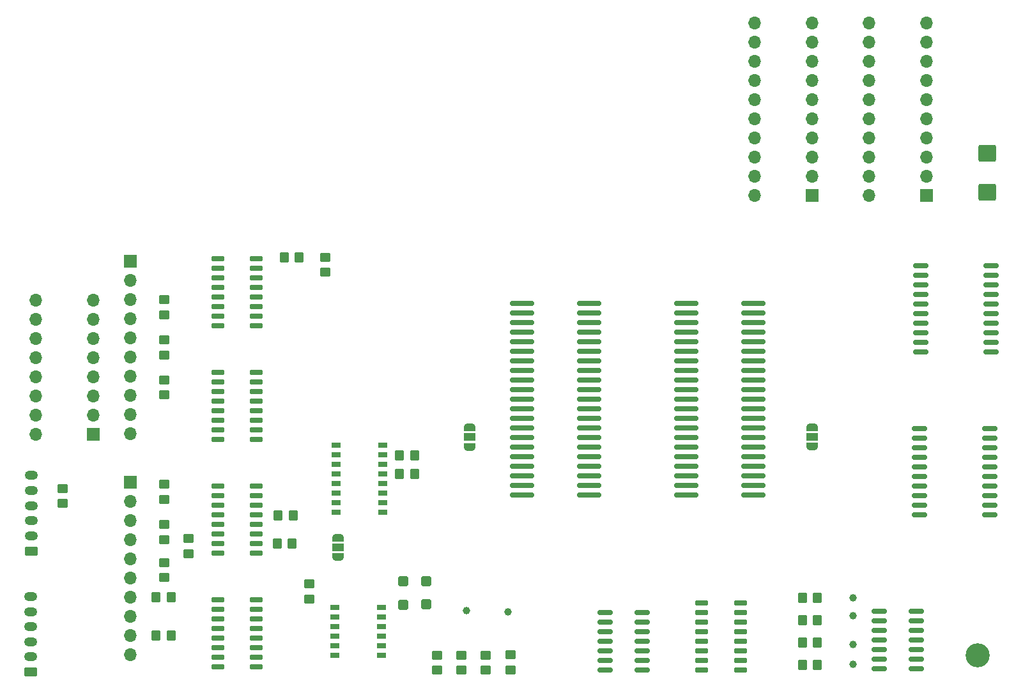
<source format=gts>
G04 #@! TF.GenerationSoftware,KiCad,Pcbnew,8.0.9*
G04 #@! TF.CreationDate,2025-04-09T11:12:09-04:00*
G04 #@! TF.ProjectId,RAMEXPB_V3,52414d45-5850-4425-9f56-332e6b696361,rev?*
G04 #@! TF.SameCoordinates,Original*
G04 #@! TF.FileFunction,Soldermask,Top*
G04 #@! TF.FilePolarity,Negative*
%FSLAX46Y46*%
G04 Gerber Fmt 4.6, Leading zero omitted, Abs format (unit mm)*
G04 Created by KiCad (PCBNEW 8.0.9) date 2025-04-09 11:12:09*
%MOMM*%
%LPD*%
G01*
G04 APERTURE LIST*
G04 Aperture macros list*
%AMRoundRect*
0 Rectangle with rounded corners*
0 $1 Rounding radius*
0 $2 $3 $4 $5 $6 $7 $8 $9 X,Y pos of 4 corners*
0 Add a 4 corners polygon primitive as box body*
4,1,4,$2,$3,$4,$5,$6,$7,$8,$9,$2,$3,0*
0 Add four circle primitives for the rounded corners*
1,1,$1+$1,$2,$3*
1,1,$1+$1,$4,$5*
1,1,$1+$1,$6,$7*
1,1,$1+$1,$8,$9*
0 Add four rect primitives between the rounded corners*
20,1,$1+$1,$2,$3,$4,$5,0*
20,1,$1+$1,$4,$5,$6,$7,0*
20,1,$1+$1,$6,$7,$8,$9,0*
20,1,$1+$1,$8,$9,$2,$3,0*%
%AMFreePoly0*
4,1,19,0.550000,-0.750000,0.000000,-0.750000,0.000000,-0.744911,-0.071157,-0.744911,-0.207708,-0.704816,-0.327430,-0.627875,-0.420627,-0.520320,-0.479746,-0.390866,-0.500000,-0.250000,-0.500000,0.250000,-0.479746,0.390866,-0.420627,0.520320,-0.327430,0.627875,-0.207708,0.704816,-0.071157,0.744911,0.000000,0.744911,0.000000,0.750000,0.550000,0.750000,0.550000,-0.750000,0.550000,-0.750000,
$1*%
%AMFreePoly1*
4,1,19,0.000000,0.744911,0.071157,0.744911,0.207708,0.704816,0.327430,0.627875,0.420627,0.520320,0.479746,0.390866,0.500000,0.250000,0.500000,-0.250000,0.479746,-0.390866,0.420627,-0.520320,0.327430,-0.627875,0.207708,-0.704816,0.071157,-0.744911,0.000000,-0.744911,0.000000,-0.750000,-0.550000,-0.750000,-0.550000,0.750000,0.000000,0.750000,0.000000,0.744911,0.000000,0.744911,
$1*%
G04 Aperture macros list end*
%ADD10RoundRect,0.250000X-0.450000X0.350000X-0.450000X-0.350000X0.450000X-0.350000X0.450000X0.350000X0*%
%ADD11RoundRect,0.250000X0.450000X-0.350000X0.450000X0.350000X-0.450000X0.350000X-0.450000X-0.350000X0*%
%ADD12RoundRect,0.250000X0.350000X0.450000X-0.350000X0.450000X-0.350000X-0.450000X0.350000X-0.450000X0*%
%ADD13FreePoly0,270.000000*%
%ADD14R,1.500000X1.000000*%
%ADD15FreePoly1,270.000000*%
%ADD16RoundRect,0.150000X0.725000X0.150000X-0.725000X0.150000X-0.725000X-0.150000X0.725000X-0.150000X0*%
%ADD17C,3.200000*%
%ADD18RoundRect,0.350000X0.350000X-0.350000X0.350000X0.350000X-0.350000X0.350000X-0.350000X-0.350000X0*%
%ADD19R,1.250000X0.760000*%
%ADD20RoundRect,0.150000X-0.875000X-0.150000X0.875000X-0.150000X0.875000X0.150000X-0.875000X0.150000X0*%
%ADD21C,1.000000*%
%ADD22RoundRect,0.250000X-0.350000X-0.450000X0.350000X-0.450000X0.350000X0.450000X-0.350000X0.450000X0*%
%ADD23RoundRect,0.175000X-1.399000X-0.175000X1.399000X-0.175000X1.399000X0.175000X-1.399000X0.175000X0*%
%ADD24RoundRect,0.250000X0.925000X-0.875000X0.925000X0.875000X-0.925000X0.875000X-0.925000X-0.875000X0*%
%ADD25RoundRect,0.150000X0.825000X0.150000X-0.825000X0.150000X-0.825000X-0.150000X0.825000X-0.150000X0*%
%ADD26FreePoly0,90.000000*%
%ADD27FreePoly1,90.000000*%
%ADD28R,1.700000X1.700000*%
%ADD29O,1.700000X1.700000*%
%ADD30RoundRect,0.250000X0.625000X-0.350000X0.625000X0.350000X-0.625000X0.350000X-0.625000X-0.350000X0*%
%ADD31O,1.750000X1.200000*%
G04 APERTURE END LIST*
D10*
G04 #@! TO.C,R9*
X99575000Y-137615000D03*
X99575000Y-139615000D03*
G04 #@! TD*
D11*
G04 #@! TO.C,R2*
X102785000Y-146825000D03*
X102785000Y-144825000D03*
G04 #@! TD*
D12*
G04 #@! TO.C,R20*
X132735000Y-136290000D03*
X130735000Y-136290000D03*
G04 #@! TD*
D13*
G04 #@! TO.C,JP2*
X185455000Y-130035000D03*
D14*
X185455000Y-131335000D03*
D15*
X185455000Y-132635000D03*
G04 #@! TD*
D16*
G04 #@! TO.C,U2*
X111800000Y-146723300D03*
X111800000Y-145453300D03*
X111800000Y-144183300D03*
X111800000Y-142913300D03*
X111800000Y-141643300D03*
X111800000Y-140373300D03*
X111800000Y-139103300D03*
X111800000Y-137833300D03*
X106650000Y-137833300D03*
X106650000Y-139103300D03*
X106650000Y-140373300D03*
X106650000Y-141643300D03*
X106650000Y-142913300D03*
X106650000Y-144183300D03*
X106650000Y-145453300D03*
X106650000Y-146723300D03*
G04 #@! TD*
D12*
G04 #@! TO.C,R15*
X132745000Y-133795000D03*
X130745000Y-133795000D03*
G04 #@! TD*
D11*
G04 #@! TO.C,R22*
X135760600Y-162255000D03*
X135760600Y-160255000D03*
G04 #@! TD*
D17*
G04 #@! TO.C,H1*
X207340000Y-160260000D03*
G04 #@! TD*
D18*
G04 #@! TO.C,D2*
X131255000Y-153565000D03*
X131255000Y-150465000D03*
G04 #@! TD*
D10*
G04 #@! TO.C,R13*
X99575000Y-118460000D03*
X99575000Y-120460000D03*
G04 #@! TD*
G04 #@! TO.C,R24*
X120905000Y-107525000D03*
X120905000Y-109525000D03*
G04 #@! TD*
D16*
G04 #@! TO.C,U3*
X175902500Y-162275000D03*
X175902500Y-161005000D03*
X175902500Y-159735000D03*
X175902500Y-158465000D03*
X175902500Y-157195000D03*
X175902500Y-155925000D03*
X175902500Y-154655000D03*
X175902500Y-153385000D03*
X170752500Y-153385000D03*
X170752500Y-154655000D03*
X170752500Y-155925000D03*
X170752500Y-157195000D03*
X170752500Y-158465000D03*
X170752500Y-159735000D03*
X170752500Y-161005000D03*
X170752500Y-162275000D03*
G04 #@! TD*
D13*
G04 #@! TO.C,JP1*
X140075000Y-130055000D03*
D14*
X140075000Y-131355000D03*
D15*
X140075000Y-132655000D03*
G04 #@! TD*
D10*
G04 #@! TO.C,R11*
X99575000Y-147995000D03*
X99575000Y-149995000D03*
G04 #@! TD*
D12*
G04 #@! TO.C,R25*
X117455000Y-107585000D03*
X115455000Y-107585000D03*
G04 #@! TD*
D19*
G04 #@! TO.C,SWB1*
X122170000Y-153960000D03*
X122170000Y-155230000D03*
X122170000Y-156500000D03*
X122170000Y-157770000D03*
X122170000Y-159040000D03*
X122170000Y-160310000D03*
X128320000Y-160310000D03*
X128320000Y-159040000D03*
X128320000Y-157770000D03*
X128320000Y-156500000D03*
X128320000Y-155230000D03*
X128320000Y-153960000D03*
G04 #@! TD*
D16*
G04 #@! TO.C,U10*
X111800000Y-131666700D03*
X111800000Y-130396700D03*
X111800000Y-129126700D03*
X111800000Y-127856700D03*
X111800000Y-126586700D03*
X111800000Y-125316700D03*
X111800000Y-124046700D03*
X111800000Y-122776700D03*
X106650000Y-122776700D03*
X106650000Y-124046700D03*
X106650000Y-125316700D03*
X106650000Y-126586700D03*
X106650000Y-127856700D03*
X106650000Y-129126700D03*
X106650000Y-130396700D03*
X106650000Y-131666700D03*
G04 #@! TD*
D12*
G04 #@! TO.C,R8*
X116635000Y-141735000D03*
X114635000Y-141735000D03*
G04 #@! TD*
D20*
G04 #@! TO.C,U7*
X199850000Y-108625000D03*
X199850000Y-109895000D03*
X199850000Y-111165000D03*
X199850000Y-112435000D03*
X199850000Y-113705000D03*
X199850000Y-114975000D03*
X199850000Y-116245000D03*
X199850000Y-117515000D03*
X199850000Y-118785000D03*
X199850000Y-120055000D03*
X209150000Y-120055000D03*
X209150000Y-118785000D03*
X209150000Y-117515000D03*
X209150000Y-116245000D03*
X209150000Y-114975000D03*
X209150000Y-113705000D03*
X209150000Y-112435000D03*
X209150000Y-111165000D03*
X209150000Y-109895000D03*
X209150000Y-108625000D03*
G04 #@! TD*
D21*
G04 #@! TO.C,TP2*
X190815000Y-155055000D03*
G04 #@! TD*
D22*
G04 #@! TO.C,R17*
X98465000Y-157645000D03*
X100465000Y-157645000D03*
G04 #@! TD*
G04 #@! TO.C,R6*
X184125000Y-158586700D03*
X186125000Y-158586700D03*
G04 #@! TD*
D23*
G04 #@! TO.C,U5*
X146945000Y-113600000D03*
X146945000Y-114870000D03*
X146945000Y-116140000D03*
X146945000Y-117410000D03*
X146945000Y-118680000D03*
X146945000Y-119950000D03*
X146945000Y-121220000D03*
X146945000Y-122490000D03*
X146945000Y-123760000D03*
X146945000Y-125030000D03*
X146945000Y-126300000D03*
X146945000Y-127570000D03*
X146945000Y-128840000D03*
X146945000Y-130110000D03*
X146945000Y-131380000D03*
X146945000Y-132650000D03*
X146945000Y-133920000D03*
X146945000Y-135190000D03*
X146945000Y-136460000D03*
X146945000Y-137730000D03*
X146945000Y-139000000D03*
X155835000Y-139000000D03*
X155835000Y-137730000D03*
X155835000Y-136460000D03*
X155835000Y-135190000D03*
X155835000Y-133920000D03*
X155835000Y-132650000D03*
X155835000Y-131380000D03*
X155835000Y-130110000D03*
X155835000Y-128840000D03*
X155835000Y-127570000D03*
X155835000Y-126300000D03*
X155835000Y-125030000D03*
X155835000Y-123760000D03*
X155835000Y-122490000D03*
X155835000Y-121220000D03*
X155835000Y-119950000D03*
X155835000Y-118680000D03*
X155835000Y-117410000D03*
X155835000Y-116140000D03*
X155835000Y-114870000D03*
X155835000Y-113600000D03*
G04 #@! TD*
D24*
G04 #@! TO.C,C1*
X208585000Y-98875000D03*
X208585000Y-93775000D03*
G04 #@! TD*
D22*
G04 #@! TO.C,R18*
X98505000Y-152595000D03*
X100505000Y-152595000D03*
G04 #@! TD*
G04 #@! TO.C,R5*
X184125000Y-155618300D03*
X186125000Y-155618300D03*
G04 #@! TD*
D19*
G04 #@! TO.C,SWB2*
X122350000Y-132460000D03*
X122350000Y-133730000D03*
X122350000Y-135000000D03*
X122350000Y-136270000D03*
X122350000Y-137540000D03*
X122350000Y-138810000D03*
X122350000Y-140080000D03*
X122350000Y-141350000D03*
X128500000Y-141350000D03*
X128500000Y-140080000D03*
X128500000Y-138810000D03*
X128500000Y-137540000D03*
X128500000Y-136270000D03*
X128500000Y-135000000D03*
X128500000Y-133730000D03*
X128500000Y-132460000D03*
G04 #@! TD*
D25*
G04 #@! TO.C,U1*
X162940000Y-162245000D03*
X162940000Y-160975000D03*
X162940000Y-159705000D03*
X162940000Y-158435000D03*
X162940000Y-157165000D03*
X162940000Y-155895000D03*
X162940000Y-154625000D03*
X157990000Y-154625000D03*
X157990000Y-155895000D03*
X157990000Y-157165000D03*
X157990000Y-158435000D03*
X157990000Y-159705000D03*
X157990000Y-160975000D03*
X157990000Y-162245000D03*
G04 #@! TD*
D18*
G04 #@! TO.C,D1*
X134325000Y-153545000D03*
X134325000Y-150445000D03*
G04 #@! TD*
D11*
G04 #@! TO.C,R16*
X142198300Y-162255000D03*
X142198300Y-160255000D03*
G04 #@! TD*
D21*
G04 #@! TO.C,TP3*
X190815000Y-158825000D03*
G04 #@! TD*
G04 #@! TO.C,TP5*
X139645000Y-154385000D03*
G04 #@! TD*
D16*
G04 #@! TO.C,U11*
X111800000Y-116610000D03*
X111800000Y-115340000D03*
X111800000Y-114070000D03*
X111800000Y-112800000D03*
X111800000Y-111530000D03*
X111800000Y-110260000D03*
X111800000Y-108990000D03*
X111800000Y-107720000D03*
X106650000Y-107720000D03*
X106650000Y-108990000D03*
X106650000Y-110260000D03*
X106650000Y-111530000D03*
X106650000Y-112800000D03*
X106650000Y-114070000D03*
X106650000Y-115340000D03*
X106650000Y-116610000D03*
G04 #@! TD*
D22*
G04 #@! TO.C,R7*
X184125000Y-152650000D03*
X186125000Y-152650000D03*
G04 #@! TD*
D11*
G04 #@! TO.C,R26*
X145455000Y-162245000D03*
X145455000Y-160245000D03*
G04 #@! TD*
D16*
G04 #@! TO.C,U9*
X111800000Y-161780000D03*
X111800000Y-160510000D03*
X111800000Y-159240000D03*
X111800000Y-157970000D03*
X111800000Y-156700000D03*
X111800000Y-155430000D03*
X111800000Y-154160000D03*
X111800000Y-152890000D03*
X106650000Y-152890000D03*
X106650000Y-154160000D03*
X106650000Y-155430000D03*
X106650000Y-156700000D03*
X106650000Y-157970000D03*
X106650000Y-159240000D03*
X106650000Y-160510000D03*
X106650000Y-161780000D03*
G04 #@! TD*
D20*
G04 #@! TO.C,U8*
X199630000Y-130270000D03*
X199630000Y-131540000D03*
X199630000Y-132810000D03*
X199630000Y-134080000D03*
X199630000Y-135350000D03*
X199630000Y-136620000D03*
X199630000Y-137890000D03*
X199630000Y-139160000D03*
X199630000Y-140430000D03*
X199630000Y-141700000D03*
X208930000Y-141700000D03*
X208930000Y-140430000D03*
X208930000Y-139160000D03*
X208930000Y-137890000D03*
X208930000Y-136620000D03*
X208930000Y-135350000D03*
X208930000Y-134080000D03*
X208930000Y-132810000D03*
X208930000Y-131540000D03*
X208930000Y-130270000D03*
G04 #@! TD*
D23*
G04 #@! TO.C,U6*
X168725000Y-113600000D03*
X168725000Y-114870000D03*
X168725000Y-116140000D03*
X168725000Y-117410000D03*
X168725000Y-118680000D03*
X168725000Y-119950000D03*
X168725000Y-121220000D03*
X168725000Y-122490000D03*
X168725000Y-123760000D03*
X168725000Y-125030000D03*
X168725000Y-126300000D03*
X168725000Y-127570000D03*
X168725000Y-128840000D03*
X168725000Y-130110000D03*
X168725000Y-131380000D03*
X168725000Y-132650000D03*
X168725000Y-133920000D03*
X168725000Y-135190000D03*
X168725000Y-136460000D03*
X168725000Y-137730000D03*
X168725000Y-139000000D03*
X177615000Y-139000000D03*
X177615000Y-137730000D03*
X177615000Y-136460000D03*
X177615000Y-135190000D03*
X177615000Y-133920000D03*
X177615000Y-132650000D03*
X177615000Y-131380000D03*
X177615000Y-130110000D03*
X177615000Y-128840000D03*
X177615000Y-127570000D03*
X177615000Y-126300000D03*
X177615000Y-125030000D03*
X177615000Y-123760000D03*
X177615000Y-122490000D03*
X177615000Y-121220000D03*
X177615000Y-119950000D03*
X177615000Y-118680000D03*
X177615000Y-117410000D03*
X177615000Y-116140000D03*
X177615000Y-114870000D03*
X177615000Y-113600000D03*
G04 #@! TD*
D21*
G04 #@! TO.C,TP4*
X190815000Y-152635000D03*
G04 #@! TD*
D10*
G04 #@! TO.C,R10*
X99575000Y-142945000D03*
X99575000Y-144945000D03*
G04 #@! TD*
D21*
G04 #@! TO.C,TP6*
X145145000Y-154515000D03*
G04 #@! TD*
D22*
G04 #@! TO.C,R4*
X184125000Y-161555000D03*
X186125000Y-161555000D03*
G04 #@! TD*
D10*
G04 #@! TO.C,R12*
X99575000Y-113135000D03*
X99575000Y-115135000D03*
G04 #@! TD*
D25*
G04 #@! TO.C,U4*
X199255000Y-162105000D03*
X199255000Y-160835000D03*
X199255000Y-159565000D03*
X199255000Y-158295000D03*
X199255000Y-157025000D03*
X199255000Y-155755000D03*
X199255000Y-154485000D03*
X194305000Y-154485000D03*
X194305000Y-155755000D03*
X194305000Y-157025000D03*
X194305000Y-158295000D03*
X194305000Y-159565000D03*
X194305000Y-160835000D03*
X194305000Y-162105000D03*
G04 #@! TD*
D10*
G04 #@! TO.C,R19*
X118805000Y-150825000D03*
X118805000Y-152825000D03*
G04 #@! TD*
G04 #@! TO.C,R3*
X86135000Y-138165000D03*
X86135000Y-140165000D03*
G04 #@! TD*
D11*
G04 #@! TO.C,R21*
X138979400Y-162255000D03*
X138979400Y-160255000D03*
G04 #@! TD*
D10*
G04 #@! TO.C,R14*
X99575000Y-123785000D03*
X99575000Y-125785000D03*
G04 #@! TD*
D21*
G04 #@! TO.C,TP1*
X190815000Y-161445000D03*
G04 #@! TD*
D22*
G04 #@! TO.C,R1*
X114535000Y-145475000D03*
X116535000Y-145475000D03*
G04 #@! TD*
D26*
G04 #@! TO.C,JP3*
X122595000Y-147275000D03*
D14*
X122595000Y-145975000D03*
D27*
X122595000Y-144675000D03*
G04 #@! TD*
D28*
G04 #@! TO.C,J9*
X95110000Y-108030000D03*
D29*
X95110000Y-110570000D03*
X95110000Y-113110000D03*
X95110000Y-115650000D03*
X95110000Y-118190000D03*
X95110000Y-120730000D03*
X95110000Y-123270000D03*
X95110000Y-125810000D03*
X95110000Y-128350000D03*
X95110000Y-130890000D03*
G04 #@! TD*
D28*
G04 #@! TO.C,J10*
X95110000Y-137330000D03*
D29*
X95110000Y-139870000D03*
X95110000Y-142410000D03*
X95110000Y-144950000D03*
X95110000Y-147490000D03*
X95110000Y-150030000D03*
X95110000Y-152570000D03*
X95110000Y-155110000D03*
X95110000Y-157650000D03*
X95110000Y-160190000D03*
G04 #@! TD*
D28*
G04 #@! TO.C,J5*
X200560000Y-99291400D03*
D29*
X200560000Y-96751400D03*
X200560000Y-94211400D03*
X200560000Y-91671400D03*
X200560000Y-89131400D03*
X200560000Y-86591400D03*
X200560000Y-84051400D03*
X200560000Y-81511400D03*
X200560000Y-78971400D03*
X200560000Y-76431400D03*
X192940000Y-76431400D03*
X192940000Y-78971400D03*
X192940000Y-81511400D03*
X192940000Y-84051400D03*
X192940000Y-86591400D03*
X192940000Y-89131400D03*
X192940000Y-91671400D03*
X192940000Y-94211400D03*
X192940000Y-96751400D03*
X192940000Y-99291400D03*
G04 #@! TD*
D30*
G04 #@! TO.C,J11*
X81915000Y-162500000D03*
D31*
X81915000Y-160500000D03*
X81915000Y-158500000D03*
X81915000Y-156500000D03*
X81915000Y-154500000D03*
X81915000Y-152500000D03*
G04 #@! TD*
D28*
G04 #@! TO.C,J4*
X185410000Y-99291400D03*
D29*
X185410000Y-96751400D03*
X185410000Y-94211400D03*
X185410000Y-91671400D03*
X185410000Y-89131400D03*
X185410000Y-86591400D03*
X185410000Y-84051400D03*
X185410000Y-81511400D03*
X185410000Y-78971400D03*
X185410000Y-76431400D03*
X177790000Y-76431400D03*
X177790000Y-78971400D03*
X177790000Y-81511400D03*
X177790000Y-84051400D03*
X177790000Y-86591400D03*
X177790000Y-89131400D03*
X177790000Y-91671400D03*
X177790000Y-94211400D03*
X177790000Y-96751400D03*
X177790000Y-99291400D03*
G04 #@! TD*
D30*
G04 #@! TO.C,J12*
X81995000Y-146455000D03*
D31*
X81995000Y-144455000D03*
X81995000Y-142455000D03*
X81995000Y-140455000D03*
X81995000Y-138455000D03*
X81995000Y-136455000D03*
G04 #@! TD*
D28*
G04 #@! TO.C,J8*
X90175000Y-130995000D03*
D29*
X90175000Y-128455000D03*
X90175000Y-125915000D03*
X90175000Y-123375000D03*
X90175000Y-120835000D03*
X90175000Y-118295000D03*
X90175000Y-115755000D03*
X90175000Y-113215000D03*
X82555000Y-113215000D03*
X82555000Y-115755000D03*
X82555000Y-118295000D03*
X82555000Y-120835000D03*
X82555000Y-123375000D03*
X82555000Y-125915000D03*
X82555000Y-128455000D03*
X82555000Y-130995000D03*
G04 #@! TD*
M02*

</source>
